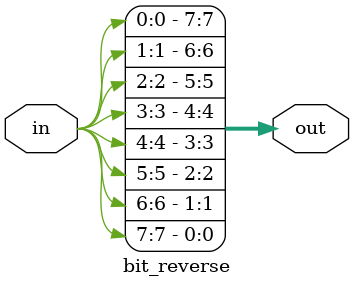
<source format=v>


module  driver_7segment (

// OUTPUTs
    per_dout,                       // Peripheral data output

	hex0, // outputs to the segments
	hex1,
	hex2,
	hex3,

// INPUTs
    mclk,                           // Main system clock
    per_addr,                       // Peripheral address
    per_din,                        // Peripheral data input
    per_en,                         // Peripheral enable (high active)
    per_wen,                        // Peripheral write enable (high active)
    puc                             // Main system reset
);

// OUTPUTs
//=========
output      [15:0] per_dout;        // Peripheral data output

output [7:0] hex0,hex1,hex2,hex3;


// INPUTs
//=========
input              mclk;            // Main system clock
input        [7:0] per_addr;        // Peripheral address
input       [15:0] per_din;         // Peripheral data input
input              per_en;          // Peripheral enable (high active)
input        [1:0] per_wen;         // Peripheral write enable (high active)
input              puc;             // Main system reset


//=============================================================================
// 1)  PARAMETER DECLARATION
//=============================================================================

// Register addresses
parameter          DIGIT0    = 9'h090;
parameter          DIGIT1    = 9'h091;
parameter          DIGIT2    = 9'h092;
parameter          DIGIT3    = 9'h093;


// Register one-hot decoder
parameter          DIGIT0_D  = (256'h1 << (DIGIT0 /2));
parameter          DIGIT1_D  = (256'h1 << (DIGIT1 /2));
parameter          DIGIT2_D  = (256'h1 << (DIGIT2 /2));
parameter          DIGIT3_D  = (256'h1 << (DIGIT3 /2));


//============================================================================
// 2)  REGISTER DECODER
//============================================================================

// Register address decode
reg  [255:0]  reg_dec;
always @(per_addr)
  case (per_addr)
    (DIGIT0 /2):   reg_dec   = DIGIT0_D;
    (DIGIT1 /2):   reg_dec   = DIGIT1_D;
    (DIGIT2 /2):   reg_dec   = DIGIT2_D;
    (DIGIT3 /2):   reg_dec   = DIGIT3_D;
    default    :   reg_dec   = {256{1'b0}};
  endcase

// Read/Write probes
wire         reg_lo_write =  per_wen[0] & per_en;
wire         reg_hi_write =  per_wen[1] & per_en;
wire         reg_read     = ~|per_wen   & per_en;

// Read/Write vectors
wire [255:0] reg_hi_wr    = reg_dec & {256{reg_hi_write}};
wire [255:0] reg_lo_wr    = reg_dec & {256{reg_lo_write}};
wire [255:0] reg_rd       = reg_dec & {256{reg_read}};


//============================================================================
// 3) REGISTERS
//============================================================================

// DIGIT0 Register
//-----------------
reg  [7:0] digit0;

wire       digit0_wr  = DIGIT0[0] ? reg_hi_wr[DIGIT0/2] : reg_lo_wr[DIGIT0/2];
wire [7:0] digit0_nxt = DIGIT0[0] ? per_din[15:8]       : per_din[7:0];

always @ (posedge mclk or posedge puc)
  if (puc)            digit0 <=  8'h00;
  else if (digit0_wr) digit0 <=  digit0_nxt;


// DIGIT1 Register
//-----------------
reg  [7:0] digit1;

wire       digit1_wr  = DIGIT1[0] ? reg_hi_wr[DIGIT1/2] : reg_lo_wr[DIGIT1/2];
wire [7:0] digit1_nxt = DIGIT1[0] ? per_din[15:8]       : per_din[7:0];

always @ (posedge mclk or posedge puc)
  if (puc)            digit1 <=  8'h00;
  else if (digit1_wr) digit1 <=  digit1_nxt;


// DIGIT2 Register
//-----------------
reg  [7:0] digit2;

wire       digit2_wr  = DIGIT2[0] ? reg_hi_wr[DIGIT2/2] : reg_lo_wr[DIGIT2/2];
wire [7:0] digit2_nxt = DIGIT2[0] ? per_din[15:8]       : per_din[7:0];

always @ (posedge mclk or posedge puc)
  if (puc)            digit2 <=  8'h00;
  else if (digit2_wr) digit2 <=  digit2_nxt;


// DIGIT3 Register
//-----------------
reg  [7:0] digit3;

wire       digit3_wr  = DIGIT3[0] ? reg_hi_wr[DIGIT3/2] : reg_lo_wr[DIGIT3/2];
wire [7:0] digit3_nxt = DIGIT3[0] ? per_din[15:8]       : per_din[7:0];

always @ (posedge mclk or posedge puc)
  if (puc)            digit3 <=  8'h00;
  else if (digit3_wr) digit3 <=  digit3_nxt;


//============================================================================
// 4) DATA OUTPUT GENERATION
//============================================================================

// Data output mux
wire [15:0] digit0_rd   = (digit0  & {8{reg_rd[DIGIT0/2]}})  << (8 & {4{DIGIT0[0]}});
wire [15:0] digit1_rd   = (digit1  & {8{reg_rd[DIGIT1/2]}})  << (8 & {4{DIGIT1[0]}});
wire [15:0] digit2_rd   = (digit2  & {8{reg_rd[DIGIT2/2]}})  << (8 & {4{DIGIT2[0]}});
wire [15:0] digit3_rd   = (digit3  & {8{reg_rd[DIGIT3/2]}})  << (8 & {4{DIGIT3[0]}});

wire [15:0] per_dout  =  digit0_rd  |
                         digit1_rd  |
                         digit2_rd  |
                         digit3_rd;


//============================================================================
// 5) FOUR-DIGIT, SEVEN-SEGMENT LED DISPLAY DRIVER
//============================================================================


// Segment selection
//----------------------------

//////
//////
////// changed by Vadim Akimov, lvd.mhm@gmail.com
////// because altera DE1 has non-multiplexed 7seg display


bit_reverse revhex0 ( .in(~digit0), .out(hex0) );
bit_reverse revhex1 ( .in(~digit1), .out(hex1) );
bit_reverse revhex2 ( .in(~digit2), .out(hex2) );
bit_reverse revhex3 ( .in(~digit3), .out(hex3) );


endmodule // driver_7segment



module bit_reverse(
	input [7:0] in,
	output [7:0] out
);

	assign out[7:0] = { in[0],in[1],in[2],in[3],in[4],in[5],in[6],in[7] };

endmodule


</source>
